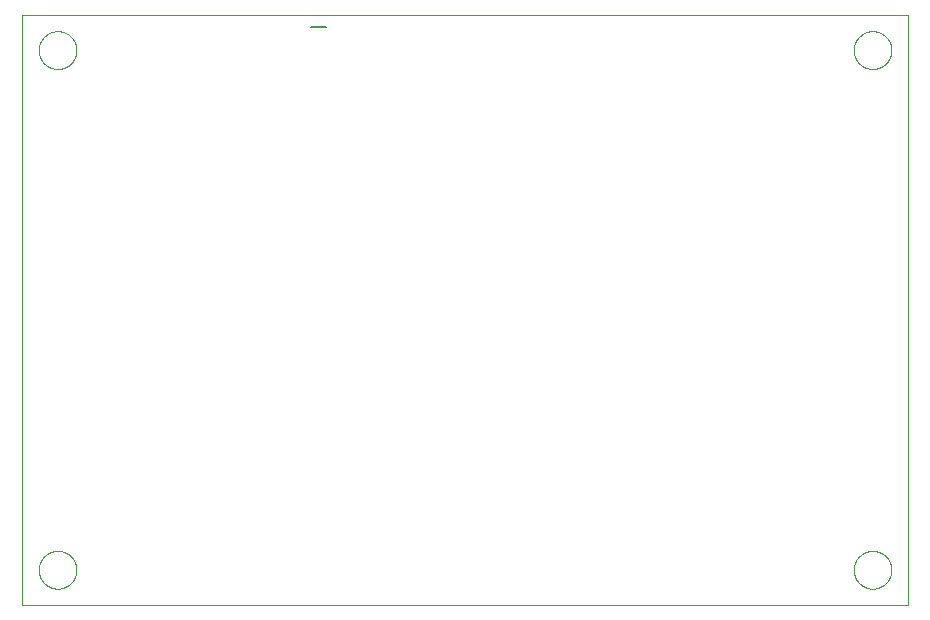
<source format=gbo>
G75*
%MOIN*%
%OFA0B0*%
%FSLAX25Y25*%
%IPPOS*%
%LPD*%
%AMOC8*
5,1,8,0,0,1.08239X$1,22.5*
%
%ADD10C,0.00000*%
%ADD11C,0.00800*%
D10*
X0076394Y0056709D02*
X0076394Y0253559D01*
X0371669Y0253559D01*
X0371669Y0056709D01*
X0076394Y0056709D01*
X0081906Y0068520D02*
X0081908Y0068678D01*
X0081914Y0068836D01*
X0081924Y0068994D01*
X0081938Y0069152D01*
X0081956Y0069309D01*
X0081977Y0069466D01*
X0082003Y0069622D01*
X0082033Y0069778D01*
X0082066Y0069933D01*
X0082104Y0070086D01*
X0082145Y0070239D01*
X0082190Y0070391D01*
X0082239Y0070542D01*
X0082292Y0070691D01*
X0082348Y0070839D01*
X0082408Y0070985D01*
X0082472Y0071130D01*
X0082540Y0071273D01*
X0082611Y0071415D01*
X0082685Y0071555D01*
X0082763Y0071692D01*
X0082845Y0071828D01*
X0082929Y0071962D01*
X0083018Y0072093D01*
X0083109Y0072222D01*
X0083204Y0072349D01*
X0083301Y0072474D01*
X0083402Y0072596D01*
X0083506Y0072715D01*
X0083613Y0072832D01*
X0083723Y0072946D01*
X0083836Y0073057D01*
X0083951Y0073166D01*
X0084069Y0073271D01*
X0084190Y0073373D01*
X0084313Y0073473D01*
X0084439Y0073569D01*
X0084567Y0073662D01*
X0084697Y0073752D01*
X0084830Y0073838D01*
X0084965Y0073922D01*
X0085101Y0074001D01*
X0085240Y0074078D01*
X0085381Y0074150D01*
X0085523Y0074220D01*
X0085667Y0074285D01*
X0085813Y0074347D01*
X0085960Y0074405D01*
X0086109Y0074460D01*
X0086259Y0074511D01*
X0086410Y0074558D01*
X0086562Y0074601D01*
X0086715Y0074640D01*
X0086870Y0074676D01*
X0087025Y0074707D01*
X0087181Y0074735D01*
X0087337Y0074759D01*
X0087494Y0074779D01*
X0087652Y0074795D01*
X0087809Y0074807D01*
X0087968Y0074815D01*
X0088126Y0074819D01*
X0088284Y0074819D01*
X0088442Y0074815D01*
X0088601Y0074807D01*
X0088758Y0074795D01*
X0088916Y0074779D01*
X0089073Y0074759D01*
X0089229Y0074735D01*
X0089385Y0074707D01*
X0089540Y0074676D01*
X0089695Y0074640D01*
X0089848Y0074601D01*
X0090000Y0074558D01*
X0090151Y0074511D01*
X0090301Y0074460D01*
X0090450Y0074405D01*
X0090597Y0074347D01*
X0090743Y0074285D01*
X0090887Y0074220D01*
X0091029Y0074150D01*
X0091170Y0074078D01*
X0091309Y0074001D01*
X0091445Y0073922D01*
X0091580Y0073838D01*
X0091713Y0073752D01*
X0091843Y0073662D01*
X0091971Y0073569D01*
X0092097Y0073473D01*
X0092220Y0073373D01*
X0092341Y0073271D01*
X0092459Y0073166D01*
X0092574Y0073057D01*
X0092687Y0072946D01*
X0092797Y0072832D01*
X0092904Y0072715D01*
X0093008Y0072596D01*
X0093109Y0072474D01*
X0093206Y0072349D01*
X0093301Y0072222D01*
X0093392Y0072093D01*
X0093481Y0071962D01*
X0093565Y0071828D01*
X0093647Y0071692D01*
X0093725Y0071555D01*
X0093799Y0071415D01*
X0093870Y0071273D01*
X0093938Y0071130D01*
X0094002Y0070985D01*
X0094062Y0070839D01*
X0094118Y0070691D01*
X0094171Y0070542D01*
X0094220Y0070391D01*
X0094265Y0070239D01*
X0094306Y0070086D01*
X0094344Y0069933D01*
X0094377Y0069778D01*
X0094407Y0069622D01*
X0094433Y0069466D01*
X0094454Y0069309D01*
X0094472Y0069152D01*
X0094486Y0068994D01*
X0094496Y0068836D01*
X0094502Y0068678D01*
X0094504Y0068520D01*
X0094502Y0068362D01*
X0094496Y0068204D01*
X0094486Y0068046D01*
X0094472Y0067888D01*
X0094454Y0067731D01*
X0094433Y0067574D01*
X0094407Y0067418D01*
X0094377Y0067262D01*
X0094344Y0067107D01*
X0094306Y0066954D01*
X0094265Y0066801D01*
X0094220Y0066649D01*
X0094171Y0066498D01*
X0094118Y0066349D01*
X0094062Y0066201D01*
X0094002Y0066055D01*
X0093938Y0065910D01*
X0093870Y0065767D01*
X0093799Y0065625D01*
X0093725Y0065485D01*
X0093647Y0065348D01*
X0093565Y0065212D01*
X0093481Y0065078D01*
X0093392Y0064947D01*
X0093301Y0064818D01*
X0093206Y0064691D01*
X0093109Y0064566D01*
X0093008Y0064444D01*
X0092904Y0064325D01*
X0092797Y0064208D01*
X0092687Y0064094D01*
X0092574Y0063983D01*
X0092459Y0063874D01*
X0092341Y0063769D01*
X0092220Y0063667D01*
X0092097Y0063567D01*
X0091971Y0063471D01*
X0091843Y0063378D01*
X0091713Y0063288D01*
X0091580Y0063202D01*
X0091445Y0063118D01*
X0091309Y0063039D01*
X0091170Y0062962D01*
X0091029Y0062890D01*
X0090887Y0062820D01*
X0090743Y0062755D01*
X0090597Y0062693D01*
X0090450Y0062635D01*
X0090301Y0062580D01*
X0090151Y0062529D01*
X0090000Y0062482D01*
X0089848Y0062439D01*
X0089695Y0062400D01*
X0089540Y0062364D01*
X0089385Y0062333D01*
X0089229Y0062305D01*
X0089073Y0062281D01*
X0088916Y0062261D01*
X0088758Y0062245D01*
X0088601Y0062233D01*
X0088442Y0062225D01*
X0088284Y0062221D01*
X0088126Y0062221D01*
X0087968Y0062225D01*
X0087809Y0062233D01*
X0087652Y0062245D01*
X0087494Y0062261D01*
X0087337Y0062281D01*
X0087181Y0062305D01*
X0087025Y0062333D01*
X0086870Y0062364D01*
X0086715Y0062400D01*
X0086562Y0062439D01*
X0086410Y0062482D01*
X0086259Y0062529D01*
X0086109Y0062580D01*
X0085960Y0062635D01*
X0085813Y0062693D01*
X0085667Y0062755D01*
X0085523Y0062820D01*
X0085381Y0062890D01*
X0085240Y0062962D01*
X0085101Y0063039D01*
X0084965Y0063118D01*
X0084830Y0063202D01*
X0084697Y0063288D01*
X0084567Y0063378D01*
X0084439Y0063471D01*
X0084313Y0063567D01*
X0084190Y0063667D01*
X0084069Y0063769D01*
X0083951Y0063874D01*
X0083836Y0063983D01*
X0083723Y0064094D01*
X0083613Y0064208D01*
X0083506Y0064325D01*
X0083402Y0064444D01*
X0083301Y0064566D01*
X0083204Y0064691D01*
X0083109Y0064818D01*
X0083018Y0064947D01*
X0082929Y0065078D01*
X0082845Y0065212D01*
X0082763Y0065348D01*
X0082685Y0065485D01*
X0082611Y0065625D01*
X0082540Y0065767D01*
X0082472Y0065910D01*
X0082408Y0066055D01*
X0082348Y0066201D01*
X0082292Y0066349D01*
X0082239Y0066498D01*
X0082190Y0066649D01*
X0082145Y0066801D01*
X0082104Y0066954D01*
X0082066Y0067107D01*
X0082033Y0067262D01*
X0082003Y0067418D01*
X0081977Y0067574D01*
X0081956Y0067731D01*
X0081938Y0067888D01*
X0081924Y0068046D01*
X0081914Y0068204D01*
X0081908Y0068362D01*
X0081906Y0068520D01*
X0081906Y0241748D02*
X0081908Y0241906D01*
X0081914Y0242064D01*
X0081924Y0242222D01*
X0081938Y0242380D01*
X0081956Y0242537D01*
X0081977Y0242694D01*
X0082003Y0242850D01*
X0082033Y0243006D01*
X0082066Y0243161D01*
X0082104Y0243314D01*
X0082145Y0243467D01*
X0082190Y0243619D01*
X0082239Y0243770D01*
X0082292Y0243919D01*
X0082348Y0244067D01*
X0082408Y0244213D01*
X0082472Y0244358D01*
X0082540Y0244501D01*
X0082611Y0244643D01*
X0082685Y0244783D01*
X0082763Y0244920D01*
X0082845Y0245056D01*
X0082929Y0245190D01*
X0083018Y0245321D01*
X0083109Y0245450D01*
X0083204Y0245577D01*
X0083301Y0245702D01*
X0083402Y0245824D01*
X0083506Y0245943D01*
X0083613Y0246060D01*
X0083723Y0246174D01*
X0083836Y0246285D01*
X0083951Y0246394D01*
X0084069Y0246499D01*
X0084190Y0246601D01*
X0084313Y0246701D01*
X0084439Y0246797D01*
X0084567Y0246890D01*
X0084697Y0246980D01*
X0084830Y0247066D01*
X0084965Y0247150D01*
X0085101Y0247229D01*
X0085240Y0247306D01*
X0085381Y0247378D01*
X0085523Y0247448D01*
X0085667Y0247513D01*
X0085813Y0247575D01*
X0085960Y0247633D01*
X0086109Y0247688D01*
X0086259Y0247739D01*
X0086410Y0247786D01*
X0086562Y0247829D01*
X0086715Y0247868D01*
X0086870Y0247904D01*
X0087025Y0247935D01*
X0087181Y0247963D01*
X0087337Y0247987D01*
X0087494Y0248007D01*
X0087652Y0248023D01*
X0087809Y0248035D01*
X0087968Y0248043D01*
X0088126Y0248047D01*
X0088284Y0248047D01*
X0088442Y0248043D01*
X0088601Y0248035D01*
X0088758Y0248023D01*
X0088916Y0248007D01*
X0089073Y0247987D01*
X0089229Y0247963D01*
X0089385Y0247935D01*
X0089540Y0247904D01*
X0089695Y0247868D01*
X0089848Y0247829D01*
X0090000Y0247786D01*
X0090151Y0247739D01*
X0090301Y0247688D01*
X0090450Y0247633D01*
X0090597Y0247575D01*
X0090743Y0247513D01*
X0090887Y0247448D01*
X0091029Y0247378D01*
X0091170Y0247306D01*
X0091309Y0247229D01*
X0091445Y0247150D01*
X0091580Y0247066D01*
X0091713Y0246980D01*
X0091843Y0246890D01*
X0091971Y0246797D01*
X0092097Y0246701D01*
X0092220Y0246601D01*
X0092341Y0246499D01*
X0092459Y0246394D01*
X0092574Y0246285D01*
X0092687Y0246174D01*
X0092797Y0246060D01*
X0092904Y0245943D01*
X0093008Y0245824D01*
X0093109Y0245702D01*
X0093206Y0245577D01*
X0093301Y0245450D01*
X0093392Y0245321D01*
X0093481Y0245190D01*
X0093565Y0245056D01*
X0093647Y0244920D01*
X0093725Y0244783D01*
X0093799Y0244643D01*
X0093870Y0244501D01*
X0093938Y0244358D01*
X0094002Y0244213D01*
X0094062Y0244067D01*
X0094118Y0243919D01*
X0094171Y0243770D01*
X0094220Y0243619D01*
X0094265Y0243467D01*
X0094306Y0243314D01*
X0094344Y0243161D01*
X0094377Y0243006D01*
X0094407Y0242850D01*
X0094433Y0242694D01*
X0094454Y0242537D01*
X0094472Y0242380D01*
X0094486Y0242222D01*
X0094496Y0242064D01*
X0094502Y0241906D01*
X0094504Y0241748D01*
X0094502Y0241590D01*
X0094496Y0241432D01*
X0094486Y0241274D01*
X0094472Y0241116D01*
X0094454Y0240959D01*
X0094433Y0240802D01*
X0094407Y0240646D01*
X0094377Y0240490D01*
X0094344Y0240335D01*
X0094306Y0240182D01*
X0094265Y0240029D01*
X0094220Y0239877D01*
X0094171Y0239726D01*
X0094118Y0239577D01*
X0094062Y0239429D01*
X0094002Y0239283D01*
X0093938Y0239138D01*
X0093870Y0238995D01*
X0093799Y0238853D01*
X0093725Y0238713D01*
X0093647Y0238576D01*
X0093565Y0238440D01*
X0093481Y0238306D01*
X0093392Y0238175D01*
X0093301Y0238046D01*
X0093206Y0237919D01*
X0093109Y0237794D01*
X0093008Y0237672D01*
X0092904Y0237553D01*
X0092797Y0237436D01*
X0092687Y0237322D01*
X0092574Y0237211D01*
X0092459Y0237102D01*
X0092341Y0236997D01*
X0092220Y0236895D01*
X0092097Y0236795D01*
X0091971Y0236699D01*
X0091843Y0236606D01*
X0091713Y0236516D01*
X0091580Y0236430D01*
X0091445Y0236346D01*
X0091309Y0236267D01*
X0091170Y0236190D01*
X0091029Y0236118D01*
X0090887Y0236048D01*
X0090743Y0235983D01*
X0090597Y0235921D01*
X0090450Y0235863D01*
X0090301Y0235808D01*
X0090151Y0235757D01*
X0090000Y0235710D01*
X0089848Y0235667D01*
X0089695Y0235628D01*
X0089540Y0235592D01*
X0089385Y0235561D01*
X0089229Y0235533D01*
X0089073Y0235509D01*
X0088916Y0235489D01*
X0088758Y0235473D01*
X0088601Y0235461D01*
X0088442Y0235453D01*
X0088284Y0235449D01*
X0088126Y0235449D01*
X0087968Y0235453D01*
X0087809Y0235461D01*
X0087652Y0235473D01*
X0087494Y0235489D01*
X0087337Y0235509D01*
X0087181Y0235533D01*
X0087025Y0235561D01*
X0086870Y0235592D01*
X0086715Y0235628D01*
X0086562Y0235667D01*
X0086410Y0235710D01*
X0086259Y0235757D01*
X0086109Y0235808D01*
X0085960Y0235863D01*
X0085813Y0235921D01*
X0085667Y0235983D01*
X0085523Y0236048D01*
X0085381Y0236118D01*
X0085240Y0236190D01*
X0085101Y0236267D01*
X0084965Y0236346D01*
X0084830Y0236430D01*
X0084697Y0236516D01*
X0084567Y0236606D01*
X0084439Y0236699D01*
X0084313Y0236795D01*
X0084190Y0236895D01*
X0084069Y0236997D01*
X0083951Y0237102D01*
X0083836Y0237211D01*
X0083723Y0237322D01*
X0083613Y0237436D01*
X0083506Y0237553D01*
X0083402Y0237672D01*
X0083301Y0237794D01*
X0083204Y0237919D01*
X0083109Y0238046D01*
X0083018Y0238175D01*
X0082929Y0238306D01*
X0082845Y0238440D01*
X0082763Y0238576D01*
X0082685Y0238713D01*
X0082611Y0238853D01*
X0082540Y0238995D01*
X0082472Y0239138D01*
X0082408Y0239283D01*
X0082348Y0239429D01*
X0082292Y0239577D01*
X0082239Y0239726D01*
X0082190Y0239877D01*
X0082145Y0240029D01*
X0082104Y0240182D01*
X0082066Y0240335D01*
X0082033Y0240490D01*
X0082003Y0240646D01*
X0081977Y0240802D01*
X0081956Y0240959D01*
X0081938Y0241116D01*
X0081924Y0241274D01*
X0081914Y0241432D01*
X0081908Y0241590D01*
X0081906Y0241748D01*
X0353559Y0241748D02*
X0353561Y0241906D01*
X0353567Y0242064D01*
X0353577Y0242222D01*
X0353591Y0242380D01*
X0353609Y0242537D01*
X0353630Y0242694D01*
X0353656Y0242850D01*
X0353686Y0243006D01*
X0353719Y0243161D01*
X0353757Y0243314D01*
X0353798Y0243467D01*
X0353843Y0243619D01*
X0353892Y0243770D01*
X0353945Y0243919D01*
X0354001Y0244067D01*
X0354061Y0244213D01*
X0354125Y0244358D01*
X0354193Y0244501D01*
X0354264Y0244643D01*
X0354338Y0244783D01*
X0354416Y0244920D01*
X0354498Y0245056D01*
X0354582Y0245190D01*
X0354671Y0245321D01*
X0354762Y0245450D01*
X0354857Y0245577D01*
X0354954Y0245702D01*
X0355055Y0245824D01*
X0355159Y0245943D01*
X0355266Y0246060D01*
X0355376Y0246174D01*
X0355489Y0246285D01*
X0355604Y0246394D01*
X0355722Y0246499D01*
X0355843Y0246601D01*
X0355966Y0246701D01*
X0356092Y0246797D01*
X0356220Y0246890D01*
X0356350Y0246980D01*
X0356483Y0247066D01*
X0356618Y0247150D01*
X0356754Y0247229D01*
X0356893Y0247306D01*
X0357034Y0247378D01*
X0357176Y0247448D01*
X0357320Y0247513D01*
X0357466Y0247575D01*
X0357613Y0247633D01*
X0357762Y0247688D01*
X0357912Y0247739D01*
X0358063Y0247786D01*
X0358215Y0247829D01*
X0358368Y0247868D01*
X0358523Y0247904D01*
X0358678Y0247935D01*
X0358834Y0247963D01*
X0358990Y0247987D01*
X0359147Y0248007D01*
X0359305Y0248023D01*
X0359462Y0248035D01*
X0359621Y0248043D01*
X0359779Y0248047D01*
X0359937Y0248047D01*
X0360095Y0248043D01*
X0360254Y0248035D01*
X0360411Y0248023D01*
X0360569Y0248007D01*
X0360726Y0247987D01*
X0360882Y0247963D01*
X0361038Y0247935D01*
X0361193Y0247904D01*
X0361348Y0247868D01*
X0361501Y0247829D01*
X0361653Y0247786D01*
X0361804Y0247739D01*
X0361954Y0247688D01*
X0362103Y0247633D01*
X0362250Y0247575D01*
X0362396Y0247513D01*
X0362540Y0247448D01*
X0362682Y0247378D01*
X0362823Y0247306D01*
X0362962Y0247229D01*
X0363098Y0247150D01*
X0363233Y0247066D01*
X0363366Y0246980D01*
X0363496Y0246890D01*
X0363624Y0246797D01*
X0363750Y0246701D01*
X0363873Y0246601D01*
X0363994Y0246499D01*
X0364112Y0246394D01*
X0364227Y0246285D01*
X0364340Y0246174D01*
X0364450Y0246060D01*
X0364557Y0245943D01*
X0364661Y0245824D01*
X0364762Y0245702D01*
X0364859Y0245577D01*
X0364954Y0245450D01*
X0365045Y0245321D01*
X0365134Y0245190D01*
X0365218Y0245056D01*
X0365300Y0244920D01*
X0365378Y0244783D01*
X0365452Y0244643D01*
X0365523Y0244501D01*
X0365591Y0244358D01*
X0365655Y0244213D01*
X0365715Y0244067D01*
X0365771Y0243919D01*
X0365824Y0243770D01*
X0365873Y0243619D01*
X0365918Y0243467D01*
X0365959Y0243314D01*
X0365997Y0243161D01*
X0366030Y0243006D01*
X0366060Y0242850D01*
X0366086Y0242694D01*
X0366107Y0242537D01*
X0366125Y0242380D01*
X0366139Y0242222D01*
X0366149Y0242064D01*
X0366155Y0241906D01*
X0366157Y0241748D01*
X0366155Y0241590D01*
X0366149Y0241432D01*
X0366139Y0241274D01*
X0366125Y0241116D01*
X0366107Y0240959D01*
X0366086Y0240802D01*
X0366060Y0240646D01*
X0366030Y0240490D01*
X0365997Y0240335D01*
X0365959Y0240182D01*
X0365918Y0240029D01*
X0365873Y0239877D01*
X0365824Y0239726D01*
X0365771Y0239577D01*
X0365715Y0239429D01*
X0365655Y0239283D01*
X0365591Y0239138D01*
X0365523Y0238995D01*
X0365452Y0238853D01*
X0365378Y0238713D01*
X0365300Y0238576D01*
X0365218Y0238440D01*
X0365134Y0238306D01*
X0365045Y0238175D01*
X0364954Y0238046D01*
X0364859Y0237919D01*
X0364762Y0237794D01*
X0364661Y0237672D01*
X0364557Y0237553D01*
X0364450Y0237436D01*
X0364340Y0237322D01*
X0364227Y0237211D01*
X0364112Y0237102D01*
X0363994Y0236997D01*
X0363873Y0236895D01*
X0363750Y0236795D01*
X0363624Y0236699D01*
X0363496Y0236606D01*
X0363366Y0236516D01*
X0363233Y0236430D01*
X0363098Y0236346D01*
X0362962Y0236267D01*
X0362823Y0236190D01*
X0362682Y0236118D01*
X0362540Y0236048D01*
X0362396Y0235983D01*
X0362250Y0235921D01*
X0362103Y0235863D01*
X0361954Y0235808D01*
X0361804Y0235757D01*
X0361653Y0235710D01*
X0361501Y0235667D01*
X0361348Y0235628D01*
X0361193Y0235592D01*
X0361038Y0235561D01*
X0360882Y0235533D01*
X0360726Y0235509D01*
X0360569Y0235489D01*
X0360411Y0235473D01*
X0360254Y0235461D01*
X0360095Y0235453D01*
X0359937Y0235449D01*
X0359779Y0235449D01*
X0359621Y0235453D01*
X0359462Y0235461D01*
X0359305Y0235473D01*
X0359147Y0235489D01*
X0358990Y0235509D01*
X0358834Y0235533D01*
X0358678Y0235561D01*
X0358523Y0235592D01*
X0358368Y0235628D01*
X0358215Y0235667D01*
X0358063Y0235710D01*
X0357912Y0235757D01*
X0357762Y0235808D01*
X0357613Y0235863D01*
X0357466Y0235921D01*
X0357320Y0235983D01*
X0357176Y0236048D01*
X0357034Y0236118D01*
X0356893Y0236190D01*
X0356754Y0236267D01*
X0356618Y0236346D01*
X0356483Y0236430D01*
X0356350Y0236516D01*
X0356220Y0236606D01*
X0356092Y0236699D01*
X0355966Y0236795D01*
X0355843Y0236895D01*
X0355722Y0236997D01*
X0355604Y0237102D01*
X0355489Y0237211D01*
X0355376Y0237322D01*
X0355266Y0237436D01*
X0355159Y0237553D01*
X0355055Y0237672D01*
X0354954Y0237794D01*
X0354857Y0237919D01*
X0354762Y0238046D01*
X0354671Y0238175D01*
X0354582Y0238306D01*
X0354498Y0238440D01*
X0354416Y0238576D01*
X0354338Y0238713D01*
X0354264Y0238853D01*
X0354193Y0238995D01*
X0354125Y0239138D01*
X0354061Y0239283D01*
X0354001Y0239429D01*
X0353945Y0239577D01*
X0353892Y0239726D01*
X0353843Y0239877D01*
X0353798Y0240029D01*
X0353757Y0240182D01*
X0353719Y0240335D01*
X0353686Y0240490D01*
X0353656Y0240646D01*
X0353630Y0240802D01*
X0353609Y0240959D01*
X0353591Y0241116D01*
X0353577Y0241274D01*
X0353567Y0241432D01*
X0353561Y0241590D01*
X0353559Y0241748D01*
X0353559Y0068520D02*
X0353561Y0068678D01*
X0353567Y0068836D01*
X0353577Y0068994D01*
X0353591Y0069152D01*
X0353609Y0069309D01*
X0353630Y0069466D01*
X0353656Y0069622D01*
X0353686Y0069778D01*
X0353719Y0069933D01*
X0353757Y0070086D01*
X0353798Y0070239D01*
X0353843Y0070391D01*
X0353892Y0070542D01*
X0353945Y0070691D01*
X0354001Y0070839D01*
X0354061Y0070985D01*
X0354125Y0071130D01*
X0354193Y0071273D01*
X0354264Y0071415D01*
X0354338Y0071555D01*
X0354416Y0071692D01*
X0354498Y0071828D01*
X0354582Y0071962D01*
X0354671Y0072093D01*
X0354762Y0072222D01*
X0354857Y0072349D01*
X0354954Y0072474D01*
X0355055Y0072596D01*
X0355159Y0072715D01*
X0355266Y0072832D01*
X0355376Y0072946D01*
X0355489Y0073057D01*
X0355604Y0073166D01*
X0355722Y0073271D01*
X0355843Y0073373D01*
X0355966Y0073473D01*
X0356092Y0073569D01*
X0356220Y0073662D01*
X0356350Y0073752D01*
X0356483Y0073838D01*
X0356618Y0073922D01*
X0356754Y0074001D01*
X0356893Y0074078D01*
X0357034Y0074150D01*
X0357176Y0074220D01*
X0357320Y0074285D01*
X0357466Y0074347D01*
X0357613Y0074405D01*
X0357762Y0074460D01*
X0357912Y0074511D01*
X0358063Y0074558D01*
X0358215Y0074601D01*
X0358368Y0074640D01*
X0358523Y0074676D01*
X0358678Y0074707D01*
X0358834Y0074735D01*
X0358990Y0074759D01*
X0359147Y0074779D01*
X0359305Y0074795D01*
X0359462Y0074807D01*
X0359621Y0074815D01*
X0359779Y0074819D01*
X0359937Y0074819D01*
X0360095Y0074815D01*
X0360254Y0074807D01*
X0360411Y0074795D01*
X0360569Y0074779D01*
X0360726Y0074759D01*
X0360882Y0074735D01*
X0361038Y0074707D01*
X0361193Y0074676D01*
X0361348Y0074640D01*
X0361501Y0074601D01*
X0361653Y0074558D01*
X0361804Y0074511D01*
X0361954Y0074460D01*
X0362103Y0074405D01*
X0362250Y0074347D01*
X0362396Y0074285D01*
X0362540Y0074220D01*
X0362682Y0074150D01*
X0362823Y0074078D01*
X0362962Y0074001D01*
X0363098Y0073922D01*
X0363233Y0073838D01*
X0363366Y0073752D01*
X0363496Y0073662D01*
X0363624Y0073569D01*
X0363750Y0073473D01*
X0363873Y0073373D01*
X0363994Y0073271D01*
X0364112Y0073166D01*
X0364227Y0073057D01*
X0364340Y0072946D01*
X0364450Y0072832D01*
X0364557Y0072715D01*
X0364661Y0072596D01*
X0364762Y0072474D01*
X0364859Y0072349D01*
X0364954Y0072222D01*
X0365045Y0072093D01*
X0365134Y0071962D01*
X0365218Y0071828D01*
X0365300Y0071692D01*
X0365378Y0071555D01*
X0365452Y0071415D01*
X0365523Y0071273D01*
X0365591Y0071130D01*
X0365655Y0070985D01*
X0365715Y0070839D01*
X0365771Y0070691D01*
X0365824Y0070542D01*
X0365873Y0070391D01*
X0365918Y0070239D01*
X0365959Y0070086D01*
X0365997Y0069933D01*
X0366030Y0069778D01*
X0366060Y0069622D01*
X0366086Y0069466D01*
X0366107Y0069309D01*
X0366125Y0069152D01*
X0366139Y0068994D01*
X0366149Y0068836D01*
X0366155Y0068678D01*
X0366157Y0068520D01*
X0366155Y0068362D01*
X0366149Y0068204D01*
X0366139Y0068046D01*
X0366125Y0067888D01*
X0366107Y0067731D01*
X0366086Y0067574D01*
X0366060Y0067418D01*
X0366030Y0067262D01*
X0365997Y0067107D01*
X0365959Y0066954D01*
X0365918Y0066801D01*
X0365873Y0066649D01*
X0365824Y0066498D01*
X0365771Y0066349D01*
X0365715Y0066201D01*
X0365655Y0066055D01*
X0365591Y0065910D01*
X0365523Y0065767D01*
X0365452Y0065625D01*
X0365378Y0065485D01*
X0365300Y0065348D01*
X0365218Y0065212D01*
X0365134Y0065078D01*
X0365045Y0064947D01*
X0364954Y0064818D01*
X0364859Y0064691D01*
X0364762Y0064566D01*
X0364661Y0064444D01*
X0364557Y0064325D01*
X0364450Y0064208D01*
X0364340Y0064094D01*
X0364227Y0063983D01*
X0364112Y0063874D01*
X0363994Y0063769D01*
X0363873Y0063667D01*
X0363750Y0063567D01*
X0363624Y0063471D01*
X0363496Y0063378D01*
X0363366Y0063288D01*
X0363233Y0063202D01*
X0363098Y0063118D01*
X0362962Y0063039D01*
X0362823Y0062962D01*
X0362682Y0062890D01*
X0362540Y0062820D01*
X0362396Y0062755D01*
X0362250Y0062693D01*
X0362103Y0062635D01*
X0361954Y0062580D01*
X0361804Y0062529D01*
X0361653Y0062482D01*
X0361501Y0062439D01*
X0361348Y0062400D01*
X0361193Y0062364D01*
X0361038Y0062333D01*
X0360882Y0062305D01*
X0360726Y0062281D01*
X0360569Y0062261D01*
X0360411Y0062245D01*
X0360254Y0062233D01*
X0360095Y0062225D01*
X0359937Y0062221D01*
X0359779Y0062221D01*
X0359621Y0062225D01*
X0359462Y0062233D01*
X0359305Y0062245D01*
X0359147Y0062261D01*
X0358990Y0062281D01*
X0358834Y0062305D01*
X0358678Y0062333D01*
X0358523Y0062364D01*
X0358368Y0062400D01*
X0358215Y0062439D01*
X0358063Y0062482D01*
X0357912Y0062529D01*
X0357762Y0062580D01*
X0357613Y0062635D01*
X0357466Y0062693D01*
X0357320Y0062755D01*
X0357176Y0062820D01*
X0357034Y0062890D01*
X0356893Y0062962D01*
X0356754Y0063039D01*
X0356618Y0063118D01*
X0356483Y0063202D01*
X0356350Y0063288D01*
X0356220Y0063378D01*
X0356092Y0063471D01*
X0355966Y0063567D01*
X0355843Y0063667D01*
X0355722Y0063769D01*
X0355604Y0063874D01*
X0355489Y0063983D01*
X0355376Y0064094D01*
X0355266Y0064208D01*
X0355159Y0064325D01*
X0355055Y0064444D01*
X0354954Y0064566D01*
X0354857Y0064691D01*
X0354762Y0064818D01*
X0354671Y0064947D01*
X0354582Y0065078D01*
X0354498Y0065212D01*
X0354416Y0065348D01*
X0354338Y0065485D01*
X0354264Y0065625D01*
X0354193Y0065767D01*
X0354125Y0065910D01*
X0354061Y0066055D01*
X0354001Y0066201D01*
X0353945Y0066349D01*
X0353892Y0066498D01*
X0353843Y0066649D01*
X0353798Y0066801D01*
X0353757Y0066954D01*
X0353719Y0067107D01*
X0353686Y0067262D01*
X0353656Y0067418D01*
X0353630Y0067574D01*
X0353609Y0067731D01*
X0353591Y0067888D01*
X0353577Y0068046D01*
X0353567Y0068204D01*
X0353561Y0068362D01*
X0353559Y0068520D01*
D11*
X0177516Y0249587D02*
X0172516Y0249587D01*
M02*

</source>
